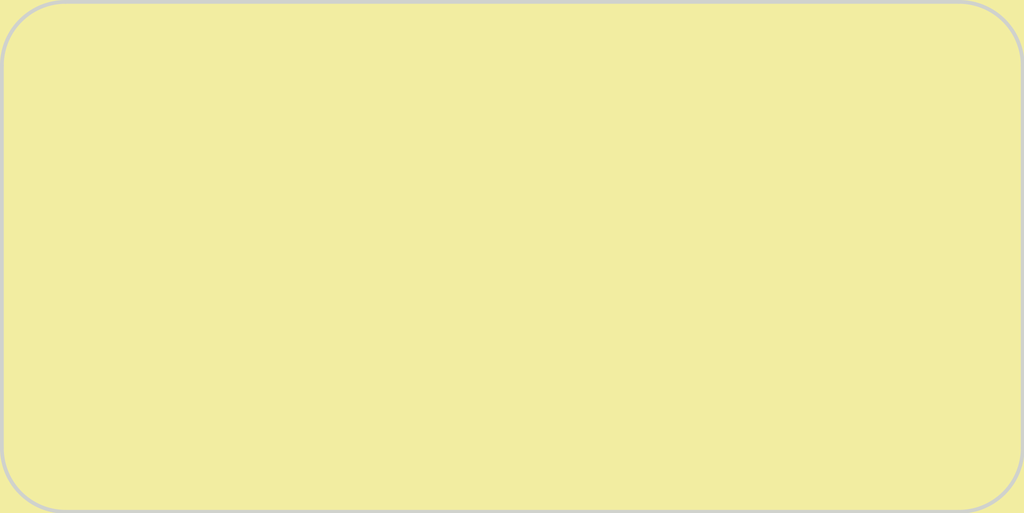
<source format=kicad_pcb>
(kicad_pcb (version 4) (host pcbnew 4.0.7)

  (general
    (links 0)
    (no_connects 0)
    (area 106.579999 96.419999 149.960001 124.560001)
    (thickness 1.6)
    (drawings 24)
    (tracks 0)
    (zones 0)
    (modules 0)
    (nets 1)
  )

  (page A4)
  (layers
    (0 F.Cu signal)
    (31 B.Cu signal)
    (32 B.Adhes user)
    (33 F.Adhes user)
    (34 B.Paste user)
    (35 F.Paste user)
    (36 B.SilkS user hide)
    (37 F.SilkS user hide)
    (38 B.Mask user)
    (39 F.Mask user)
    (40 Dwgs.User user)
    (41 Cmts.User user)
    (42 Eco1.User user hide)
    (43 Eco2.User user)
    (44 Edge.Cuts user)
    (45 Margin user)
    (46 B.CrtYd user)
    (47 F.CrtYd user)
    (48 B.Fab user hide)
    (49 F.Fab user hide)
  )

  (setup
    (last_trace_width 0.3)
    (trace_clearance 0.26)
    (zone_clearance 0.3)
    (zone_45_only yes)
    (trace_min 0.2)
    (segment_width 0.3)
    (edge_width 0.15)
    (via_size 0.6)
    (via_drill 0.4)
    (via_min_size 0.4)
    (via_min_drill 0.3)
    (uvia_size 0.3)
    (uvia_drill 0.1)
    (uvias_allowed no)
    (uvia_min_size 0.2)
    (uvia_min_drill 0.1)
    (pcb_text_width 0.3)
    (pcb_text_size 1.5 1.5)
    (mod_edge_width 0.15)
    (mod_text_size 1 1)
    (mod_text_width 0.15)
    (pad_size 2 2)
    (pad_drill 0.95)
    (pad_to_mask_clearance 0.2)
    (aux_axis_origin 0 0)
    (visible_elements 7FFFFF9F)
    (pcbplotparams
      (layerselection 0x01020_00000000)
      (usegerberextensions false)
      (excludeedgelayer true)
      (linewidth 0.100000)
      (plotframeref false)
      (viasonmask false)
      (mode 1)
      (useauxorigin false)
      (hpglpennumber 1)
      (hpglpenspeed 20)
      (hpglpendiameter 15)
      (hpglpenoverlay 2)
      (psnegative false)
      (psa4output false)
      (plotreference true)
      (plotvalue true)
      (plotinvisibletext false)
      (padsonsilk false)
      (subtractmaskfromsilk true)
      (outputformat 1)
      (mirror false)
      (drillshape 0)
      (scaleselection 1)
      (outputdirectory ""))
  )

  (net 0 "")

  (net_class Default "This is the default net class."
    (clearance 0.26)
    (trace_width 0.3)
    (via_dia 0.6)
    (via_drill 0.4)
    (uvia_dia 0.3)
    (uvia_drill 0.1)
  )

  (gr_line (start 115.316 115.316) (end 115.824 115.316) (angle 90) (layer F.Mask) (width 0.3))
  (gr_line (start 115.316 110.744) (end 115.316 115.316) (angle 90) (layer F.Mask) (width 0.3))
  (gr_line (start 115.824 110.744) (end 115.316 110.744) (angle 90) (layer F.Mask) (width 0.3))
  (gr_line (start 115.316 110.236) (end 115.824 110.236) (angle 90) (layer F.Mask) (width 0.3))
  (gr_line (start 115.316 105.664) (end 115.316 110.236) (angle 90) (layer F.Mask) (width 0.3))
  (gr_line (start 115.824 105.664) (end 115.316 105.664) (angle 90) (layer F.Mask) (width 0.3))
  (gr_text GND (at 114.3 105.41) (layer F.Mask)
    (effects (font (size 1.5 1.5) (thickness 0.3)) (justify right))
  )
  (gr_text 12V (at 114.3 115.57) (layer F.Mask)
    (effects (font (size 1.5 1.5) (thickness 0.3)) (justify right))
  )
  (gr_text 3.3V (at 140.97 107.95) (layer F.Mask)
    (effects (font (size 1.5 1.5) (thickness 0.3)) (justify left))
  )
  (gr_text GND (at 140.97 113.03) (layer F.Mask)
    (effects (font (size 1.5 1.5) (thickness 0.3)) (justify left))
  )
  (gr_text GND (at 140.97 102.87) (layer F.Mask)
    (effects (font (size 1.5 1.5) (thickness 0.3)) (justify left))
  )
  (gr_text 12V (at 140.97 118.11) (layer F.Mask)
    (effects (font (size 1.5 1.5) (thickness 0.3)) (justify left))
  )
  (gr_line (start 107.95 118.11) (end 107.95 102.87) (angle 90) (layer Edge.Cuts) (width 0.15))
  (gr_line (start 146.05 120.65) (end 110.49 120.65) (angle 90) (layer Edge.Cuts) (width 0.15))
  (gr_line (start 148.59 102.87) (end 148.59 118.11) (angle 90) (layer Edge.Cuts) (width 0.15))
  (gr_line (start 110.49 100.33) (end 146.05 100.33) (angle 90) (layer Edge.Cuts) (width 0.15))
  (gr_arc (start 146.05 102.87) (end 146.05 100.33) (angle 90) (layer Edge.Cuts) (width 0.15))
  (gr_arc (start 146.05 118.11) (end 148.59 118.11) (angle 90) (layer Edge.Cuts) (width 0.15))
  (gr_arc (start 110.49 118.11) (end 110.49 120.65) (angle 90) (layer Edge.Cuts) (width 0.15))
  (gr_arc (start 110.49 102.87) (end 107.95 102.87) (angle 90) (layer Edge.Cuts) (width 0.15))
  (gr_line (start 106.68 100.33) (end 149.86 100.33) (angle 90) (layer Eco1.User) (width 0.2))
  (gr_line (start 106.68 120.65) (end 149.86 120.65) (angle 90) (layer Eco1.User) (width 0.2))
  (gr_line (start 148.59 96.52) (end 148.59 124.46) (angle 90) (layer Eco1.User) (width 0.2))
  (gr_line (start 107.95 96.52) (end 107.95 124.46) (angle 90) (layer Eco1.User) (width 0.2))

  (zone (net 0) (net_name "") (layer F.SilkS) (tstamp 5AC1260C) (hatch edge 0.508)
    (connect_pads (clearance 0.3))
    (min_thickness 0.3)
    (fill yes (arc_segments 16) (thermal_gap 0.3) (thermal_bridge_width 0.4))
    (polygon
      (pts
        (xy 106.68 99.06) (xy 149.86 99.06) (xy 149.86 121.92) (xy 106.68 121.92)
      )
    )
    (filled_polygon
      (pts
        (xy 149.71 121.77) (xy 106.83 121.77) (xy 106.83 99.21) (xy 149.71 99.21)
      )
    )
  )
)

</source>
